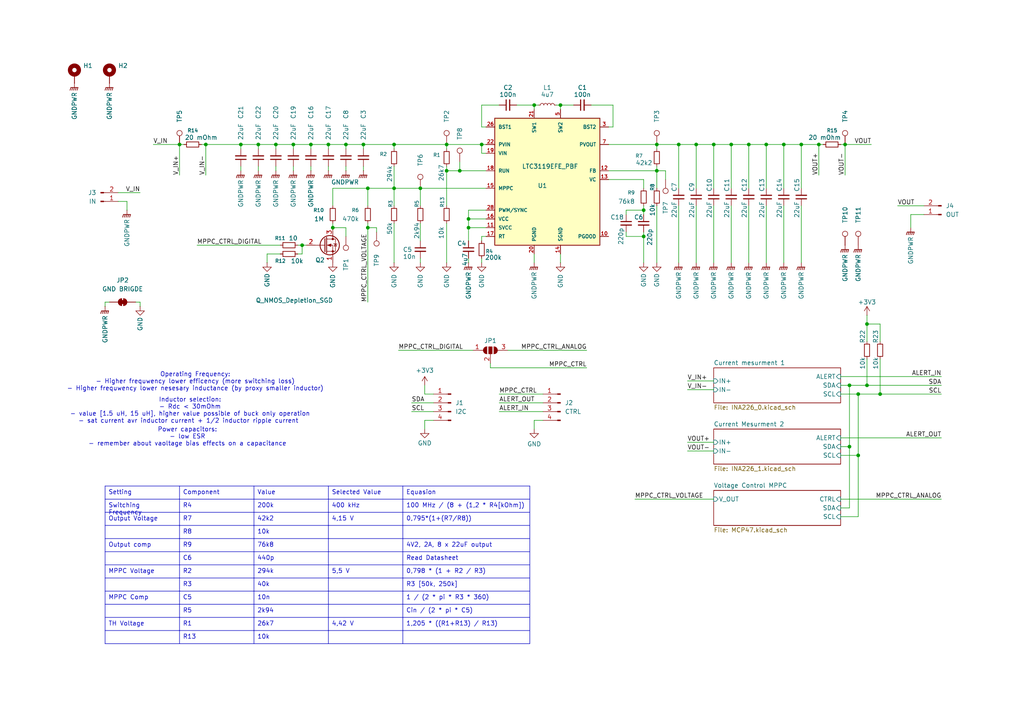
<source format=kicad_sch>
(kicad_sch (version 20250114) (generator "eeschema") (generator_version "9.0")
  (paper "A4")
  (title_block (title "LTC3119 Test Board") (date "2025-05-02") (rev "1.0") (company "Precision Based On Vibes"))
  (text "Power capacitors:\n- low ESR\n- remember about vaoltage bias effects on a capacitance" (at 54.356 126.746 0) (effects (font (size 1.27 1.27))))
  (text "Operating Frequency:\n- Higher frequwency lower efficency (more switching loss)\n- Higher frequwency lower nesesary inductance (by proxy smaller inductor)" (at 56.642 110.744 0) (effects (font (size 1.27 1.27))))
  (text "Inductor selection:\n- Rdc < 30mOhm\n- value [1.5 uH, 15 uH], higher value possible of buck only operation\n- sat current avr inductor current + 1/2 inductor ripple current \n" (at 55.118 119.126 0) (effects (font (size 1.27 1.27))))
  (junction (at 106.68 54.61))
  (junction (at 135.89 63.5))
  (junction (at 212.09 41.91))
  (junction (at 222.25 41.91))
  (junction (at 114.3 54.61))
  (junction (at 100.33 41.91))
  (junction (at 74.93 41.91))
  (junction (at 95.25 41.91))
  (junction (at 246.38 111.76))
  (junction (at 154.94 30.48))
  (junction (at 59.69 41.91))
  (junction (at 87.63 71.12))
  (junction (at 246.38 129.54))
  (junction (at 251.46 111.76))
  (junction (at 255.27 114.3))
  (junction (at 114.3 41.91))
  (junction (at 186.69 60.96))
  (junction (at 106.68 66.04))
  (junction (at 90.17 41.91))
  (junction (at 139.7 41.91))
  (junction (at 190.5 49.53))
  (junction (at 80.01 41.91))
  (junction (at 129.54 41.91))
  (junction (at 85.09 41.91))
  (junction (at 248.92 114.3))
  (junction (at 201.93 41.91))
  (junction (at 129.54 49.53))
  (junction (at 248.92 132.08))
  (junction (at 186.69 68.58))
  (junction (at 217.17 41.91))
  (junction (at 96.52 66.04))
  (junction (at 251.46 93.98))
  (junction (at 190.5 41.91))
  (junction (at 133.35 49.53))
  (junction (at 245.11 41.91))
  (junction (at 69.85 41.91))
  (junction (at 227.33 41.91))
  (junction (at 135.89 66.04))
  (junction (at 237.49 41.91))
  (junction (at 121.92 54.61))
  (junction (at 162.56 30.48))
  (junction (at 232.41 41.91))
  (junction (at 52.07 41.91))
  (junction (at 105.41 41.91))
  (junction (at 207.01 41.91))
  (junction (at 196.85 41.91))
  (wire (pts (xy 251.46 91.44) (xy 251.46 93.98)))
  (wire (pts (xy 119.38 119.38) (xy 125.73 119.38)))
  (wire (pts (xy 251.46 104.14) (xy 251.46 111.76)))
  (wire (pts (xy 105.41 41.91) (xy 114.3 41.91)))
  (wire (pts (xy 186.69 59.69) (xy 186.69 60.96)))
  (wire (pts (xy 154.94 30.48) (xy 154.94 31.75)))
  (wire (pts (xy 227.33 41.91) (xy 232.41 41.91)))
  (wire (pts (xy 90.17 49.53) (xy 90.17 48.26)))
  (wire (pts (xy 181.61 60.96) (xy 186.69 60.96)))
  (wire (pts (xy 181.61 67.31) (xy 181.61 68.58)))
  (wire (pts (xy 81.28 73.66) (xy 77.47 73.66)))
  (wire (pts (xy 129.54 49.53) (xy 133.35 49.53)))
  (wire (pts (xy 222.25 41.91) (xy 227.33 41.91)))
  (wire (pts (xy 193.04 52.07) (xy 193.04 49.53)))
  (wire (pts (xy 176.53 49.53) (xy 190.5 49.53)))
  (wire (pts (xy 162.56 30.48) (xy 161.29 30.48)))
  (wire (pts (xy 232.41 41.91) (xy 237.49 41.91)))
  (wire (pts (xy 227.33 41.91) (xy 227.33 54.61)))
  (wire (pts (xy 114.3 54.61) (xy 114.3 59.69)))
  (wire (pts (xy 232.41 41.91) (xy 232.41 54.61)))
  (wire (pts (xy 40.64 87.63) (xy 40.64 88.9)))
  (wire (pts (xy 186.69 68.58) (xy 186.69 67.31)))
  (wire (pts (xy 222.25 41.91) (xy 222.25 54.61)))
  (wire (pts (xy 207.01 59.69) (xy 207.01 76.2)))
  (wire (pts (xy 74.93 41.91) (xy 74.93 43.18)))
  (wire (pts (xy 57.15 71.12) (xy 81.28 71.12)))
  (wire (pts (xy 232.41 59.69) (xy 232.41 76.2)))
  (wire (pts (xy 135.89 63.5) (xy 140.97 63.5)))
  (wire (pts (xy 96.52 64.77) (xy 96.52 66.04)))
  (wire (pts (xy 190.5 59.69) (xy 190.5 76.2)))
  (wire (pts (xy 90.17 41.91) (xy 95.25 41.91)))
  (wire (pts (xy 114.3 64.77) (xy 114.3 76.2)))
  (wire (pts (xy 186.69 52.07) (xy 176.53 52.07)))
  (wire (pts (xy 36.83 58.42) (xy 34.29 58.42)))
  (wire (pts (xy 196.85 59.69) (xy 196.85 76.2)))
  (wire (pts (xy 135.89 66.04) (xy 135.89 63.5)))
  (wire (pts (xy 186.69 54.61) (xy 186.69 52.07)))
  (wire (pts (xy 121.92 54.61) (xy 140.97 54.61)))
  (wire (pts (xy 222.25 59.69) (xy 222.25 76.2)))
  (wire (pts (xy 157.48 121.92) (xy 154.94 121.92)))
  (wire (pts (xy 139.7 69.85) (xy 139.7 68.58)))
  (wire (pts (xy 121.92 74.93) (xy 121.92 76.2)))
  (wire (pts (xy 181.61 68.58) (xy 186.69 68.58)))
  (wire (pts (xy 243.84 109.22) (xy 273.05 109.22)))
  (wire (pts (xy 139.7 36.83) (xy 140.97 36.83)))
  (wire (pts (xy 85.09 41.91) (xy 85.09 43.18)))
  (wire (pts (xy 123.19 121.92) (xy 123.19 124.46)))
  (wire (pts (xy 52.07 41.91) (xy 53.34 41.91)))
  (wire (pts (xy 100.33 66.04) (xy 96.52 66.04)))
  (wire (pts (xy 135.89 74.93) (xy 135.89 76.2)))
  (wire (pts (xy 176.53 41.91) (xy 190.5 41.91)))
  (wire (pts (xy 77.47 73.66) (xy 77.47 76.2)))
  (wire (pts (xy 217.17 41.91) (xy 217.17 54.61)))
  (wire (pts (xy 74.93 49.53) (xy 74.93 48.26)))
  (wire (pts (xy 140.97 66.04) (xy 135.89 66.04)))
  (wire (pts (xy 201.93 41.91) (xy 201.93 54.61)))
  (wire (pts (xy 106.68 64.77) (xy 106.68 66.04)))
  (wire (pts (xy 171.45 30.48) (xy 177.8 30.48)))
  (wire (pts (xy 106.68 54.61) (xy 114.3 54.61)))
  (wire (pts (xy 106.68 66.04) (xy 106.68 87.63)))
  (wire (pts (xy 267.97 62.23) (xy 264.16 62.23)))
  (wire (pts (xy 74.93 41.91) (xy 80.01 41.91)))
  (wire (pts (xy 255.27 104.14) (xy 255.27 114.3)))
  (wire (pts (xy 133.35 46.99) (xy 133.35 49.53)))
  (wire (pts (xy 139.7 41.91) (xy 140.97 41.91)))
  (wire (pts (xy 170.18 101.6) (xy 147.32 101.6)))
  (wire (pts (xy 207.01 41.91) (xy 212.09 41.91)))
  (wire (pts (xy 80.01 49.53) (xy 80.01 48.26)))
  (wire (pts (xy 100.33 68.58) (xy 100.33 66.04)))
  (wire (pts (xy 255.27 93.98) (xy 255.27 99.06)))
  (wire (pts (xy 34.29 55.88) (xy 40.64 55.88)))
  (wire (pts (xy 133.35 49.53) (xy 140.97 49.53)))
  (wire (pts (xy 39.37 87.63) (xy 40.64 87.63)))
  (wire (pts (xy 59.69 41.91) (xy 69.85 41.91)))
  (wire (pts (xy 248.92 149.86) (xy 243.84 149.86)))
  (wire (pts (xy 190.5 49.53) (xy 190.5 54.61)))
  (wire (pts (xy 201.93 41.91) (xy 207.01 41.91)))
  (wire (pts (xy 121.92 64.77) (xy 121.92 69.85)))
  (wire (pts (xy 199.39 128.27) (xy 207.01 128.27)))
  (wire (pts (xy 30.48 88.9) (xy 30.48 87.63)))
  (wire (pts (xy 58.42 41.91) (xy 59.69 41.91)))
  (wire (pts (xy 245.11 41.91) (xy 252.73 41.91)))
  (wire (pts (xy 115.57 101.6) (xy 137.16 101.6)))
  (wire (pts (xy 114.3 48.26) (xy 114.3 54.61)))
  (wire (pts (xy 140.97 44.45) (xy 139.7 44.45)))
  (wire (pts (xy 212.09 59.69) (xy 212.09 76.2)))
  (wire (pts (xy 95.25 41.91) (xy 100.33 41.91)))
  (wire (pts (xy 246.38 129.54) (xy 246.38 147.32)))
  (wire (pts (xy 144.78 119.38) (xy 157.48 119.38)))
  (wire (pts (xy 264.16 62.23) (xy 264.16 66.04)))
  (wire (pts (xy 119.38 116.84) (xy 125.73 116.84)))
  (wire (pts (xy 186.69 60.96) (xy 186.69 62.23)))
  (wire (pts (xy 246.38 147.32) (xy 243.84 147.32)))
  (wire (pts (xy 162.56 30.48) (xy 166.37 30.48)))
  (wire (pts (xy 123.19 111.76) (xy 123.19 114.3)))
  (wire (pts (xy 162.56 76.2) (xy 162.56 73.66)))
  (wire (pts (xy 217.17 41.91) (xy 222.25 41.91)))
  (wire (pts (xy 69.85 41.91) (xy 69.85 43.18)))
  (wire (pts (xy 100.33 49.53) (xy 100.33 48.26)))
  (wire (pts (xy 246.38 111.76) (xy 251.46 111.76)))
  (wire (pts (xy 105.41 41.91) (xy 105.41 43.18)))
  (wire (pts (xy 251.46 93.98) (xy 251.46 99.06)))
  (wire (pts (xy 100.33 41.91) (xy 105.41 41.91)))
  (wire (pts (xy 125.73 121.92) (xy 123.19 121.92)))
  (wire (pts (xy 251.46 93.98) (xy 255.27 93.98)))
  (wire (pts (xy 129.54 49.53) (xy 129.54 59.69)))
  (wire (pts (xy 100.33 41.91) (xy 100.33 43.18)))
  (wire (pts (xy 85.09 49.53) (xy 85.09 48.26)))
  (wire (pts (xy 154.94 121.92) (xy 154.94 124.46)))
  (wire (pts (xy 86.36 73.66) (xy 87.63 73.66)))
  (wire (pts (xy 186.69 76.2) (xy 186.69 68.58)))
  (wire (pts (xy 184.15 144.78) (xy 207.01 144.78)))
  (wire (pts (xy 248.92 114.3) (xy 248.92 132.08)))
  (wire (pts (xy 246.38 129.54) (xy 243.84 129.54)))
  (wire (pts (xy 109.22 67.31) (xy 109.22 66.04)))
  (wire (pts (xy 114.3 41.91) (xy 129.54 41.91)))
  (wire (pts (xy 248.92 132.08) (xy 243.84 132.08)))
  (wire (pts (xy 80.01 41.91) (xy 80.01 43.18)))
  (wire (pts (xy 87.63 73.66) (xy 87.63 71.12)))
  (wire (pts (xy 129.54 64.77) (xy 129.54 76.2)))
  (wire (pts (xy 144.78 114.3) (xy 157.48 114.3)))
  (wire (pts (xy 243.84 111.76) (xy 246.38 111.76)))
  (wire (pts (xy 52.07 41.91) (xy 52.07 50.8)))
  (wire (pts (xy 106.68 59.69) (xy 106.68 54.61)))
  (wire (pts (xy 248.92 132.08) (xy 248.92 149.86)))
  (wire (pts (xy 245.11 41.91) (xy 245.11 50.8)))
  (wire (pts (xy 243.84 41.91) (xy 245.11 41.91)))
  (wire (pts (xy 154.94 76.2) (xy 154.94 73.66)))
  (wire (pts (xy 85.09 41.91) (xy 90.17 41.91)))
  (wire (pts (xy 121.92 54.61) (xy 121.92 59.69)))
  (wire (pts (xy 227.33 59.69) (xy 227.33 76.2)))
  (wire (pts (xy 190.5 48.26) (xy 190.5 49.53)))
  (wire (pts (xy 105.41 49.53) (xy 105.41 48.26)))
  (wire (pts (xy 95.25 49.53) (xy 95.25 48.26)))
  (wire (pts (xy 125.73 114.3) (xy 123.19 114.3)))
  (wire (pts (xy 30.48 87.63) (xy 31.75 87.63)))
  (wire (pts (xy 243.84 127) (xy 273.05 127)))
  (wire (pts (xy 142.24 106.68) (xy 170.18 106.68)))
  (wire (pts (xy 135.89 60.96) (xy 140.97 60.96)))
  (wire (pts (xy 212.09 41.91) (xy 217.17 41.91)))
  (wire (pts (xy 162.56 31.75) (xy 162.56 30.48)))
  (wire (pts (xy 69.85 49.53) (xy 69.85 48.26)))
  (wire (pts (xy 237.49 41.91) (xy 238.76 41.91)))
  (wire (pts (xy 212.09 41.91) (xy 212.09 54.61)))
  (wire (pts (xy 199.39 113.03) (xy 207.01 113.03)))
  (wire (pts (xy 69.85 41.91) (xy 74.93 41.91)))
  (wire (pts (xy 196.85 41.91) (xy 201.93 41.91)))
  (wire (pts (xy 87.63 71.12) (xy 88.9 71.12)))
  (wire (pts (xy 248.92 114.3) (xy 255.27 114.3)))
  (wire (pts (xy 36.83 60.96) (xy 36.83 58.42)))
  (wire (pts (xy 199.39 110.49) (xy 207.01 110.49)))
  (wire (pts (xy 142.24 105.41) (xy 142.24 106.68)))
  (wire (pts (xy 181.61 62.23) (xy 181.61 60.96)))
  (wire (pts (xy 149.86 30.48) (xy 154.94 30.48)))
  (wire (pts (xy 114.3 54.61) (xy 121.92 54.61)))
  (wire (pts (xy 139.7 44.45) (xy 139.7 41.91)))
  (wire (pts (xy 95.25 41.91) (xy 95.25 43.18)))
  (wire (pts (xy 144.78 30.48) (xy 139.7 30.48)))
  (wire (pts (xy 114.3 41.91) (xy 114.3 43.18)))
  (wire (pts (xy 217.17 59.69) (xy 217.17 76.2)))
  (wire (pts (xy 144.78 116.84) (xy 157.48 116.84)))
  (wire (pts (xy 237.49 41.91) (xy 237.49 50.8)))
  (wire (pts (xy 201.93 59.69) (xy 201.93 76.2)))
  (wire (pts (xy 139.7 74.93) (xy 139.7 76.2)))
  (wire (pts (xy 129.54 41.91) (xy 139.7 41.91)))
  (wire (pts (xy 207.01 41.91) (xy 207.01 54.61)))
  (wire (pts (xy 135.89 66.04) (xy 135.89 69.85)))
  (wire (pts (xy 246.38 111.76) (xy 246.38 129.54)))
  (wire (pts (xy 135.89 63.5) (xy 135.89 60.96)))
  (wire (pts (xy 193.04 49.53) (xy 190.5 49.53)))
  (wire (pts (xy 243.84 144.78) (xy 273.05 144.78)))
  (wire (pts (xy 44.45 41.91) (xy 52.07 41.91)))
  (wire (pts (xy 260.35 59.69) (xy 267.97 59.69)))
  (wire (pts (xy 139.7 30.48) (xy 139.7 36.83)))
  (wire (pts (xy 243.84 114.3) (xy 248.92 114.3)))
  (wire (pts (xy 96.52 54.61) (xy 96.52 59.69)))
  (wire (pts (xy 196.85 41.91) (xy 196.85 54.61)))
  (wire (pts (xy 86.36 71.12) (xy 87.63 71.12)))
  (wire (pts (xy 251.46 111.76) (xy 273.05 111.76)))
  (wire (pts (xy 90.17 41.91) (xy 90.17 43.18)))
  (wire (pts (xy 177.8 36.83) (xy 176.53 36.83)))
  (wire (pts (xy 106.68 66.04) (xy 109.22 66.04)))
  (wire (pts (xy 154.94 30.48) (xy 156.21 30.48)))
  (wire (pts (xy 80.01 41.91) (xy 85.09 41.91)))
  (wire (pts (xy 177.8 30.48) (xy 177.8 36.83)))
  (wire (pts (xy 129.54 41.91) (xy 129.54 43.18)))
  (wire (pts (xy 106.68 54.61) (xy 96.52 54.61)))
  (wire (pts (xy 139.7 68.58) (xy 140.97 68.58)))
  (wire (pts (xy 59.69 41.91) (xy 59.69 50.8)))
  (wire (pts (xy 129.54 48.26) (xy 129.54 49.53)))
  (wire (pts (xy 199.39 130.81) (xy 207.01 130.81)))
  (wire (pts (xy 255.27 114.3) (xy 273.05 114.3)))
  (wire (pts (xy 190.5 41.91) (xy 196.85 41.91)))
  (wire (pts (xy 190.5 41.91) (xy 190.5 43.18)))
  (table (column_count 5) (border (external yes) (header yes)) (separators (rows yes) (cols yes)) (column_widths 21.59 21.59 21.59 21.59 36.83) (row_heights 3.81 3.81 3.81 3.81 3.81 3.81 3.81 3.81 3.81 3.81 3.81 3.81) (cells (table_cell "Setting" (at 30.48 140.97 0) (size 21.59 3.81) (margins 0.9525 0.9525 0.9525 0.9525) (span 1 1)) (table_cell "Component" (at 52.07 140.97 0) (size 21.59 3.81) (margins 0.9525 0.9525 0.9525 0.9525) (span 1 1)) (table_cell "Value" (at 73.66 140.97 0) (size 21.59 3.81) (margins 0.9525 0.9525 0.9525 0.9525) (span 1 1)) (table_cell "Selected Value" (at 95.25 140.97 0) (size 21.59 3.81) (margins 0.9525 0.9525 0.9525 0.9525) (span 1 1)) (table_cell "Equasion" (at 116.84 140.97 0) (size 36.83 3.81) (margins 0.9525 0.9525 0.9525 0.9525) (span 1 1)) (table_cell "Switching Frequency" (at 30.48 144.78 0) (size 21.59 3.81) (margins 0.9525 0.9525 0.9525 0.9525) (span 1 1)) (table_cell "R4" (at 52.07 144.78 0) (size 21.59 3.81) (margins 0.9525 0.9525 0.9525 0.9525) (span 1 1)) (table_cell "200k" (at 73.66 144.78 0) (size 21.59 3.81) (margins 0.9525 0.9525 0.9525 0.9525) (span 1 1)) (table_cell "400 kHz" (at 95.25 144.78 0) (size 21.59 3.81) (margins 0.9525 0.9525 0.9525 0.9525) (span 1 1)) (table_cell "100 MHz / (8 + (1,2 * R4[kOhm])" (at 116.84 144.78 0) (size 36.83 3.81) (margins 0.9525 0.9525 0.9525 0.9525) (span 1 1)) (table_cell "Output Voltage" (at 30.48 148.59 0) (size 21.59 3.81) (margins 0.9525 0.9525 0.9525 0.9525) (span 1 1)) (table_cell "R7" (at 52.07 148.59 0) (size 21.59 3.81) (margins 0.9525 0.9525 0.9525 0.9525) (span 1 1)) (table_cell "42k2" (at 73.66 148.59 0) (size 21.59 3.81) (margins 0.9525 0.9525 0.9525 0.9525) (span 1 1)) (table_cell "4,15 V" (at 95.25 148.59 0) (size 21.59 3.81) (margins 0.9525 0.9525 0.9525 0.9525) (span 1 1)) (table_cell "0,795*(1+(R7/R8))" (at 116.84 148.59 0) (size 36.83 3.81) (margins 0.9525 0.9525 0.9525 0.9525) (span 1 1)) (table_cell "" (at 30.48 152.4 0) (size 21.59 3.81) (margins 0.9525 0.9525 0.9525 0.9525) (span 1 1)) (table_cell "R8" (at 52.07 152.4 0) (size 21.59 3.81) (margins 0.9525 0.9525 0.9525 0.9525) (span 1 1)) (table_cell "10k" (at 73.66 152.4 0) (size 21.59 3.81) (margins 0.9525 0.9525 0.9525 0.9525) (span 1 1)) (table_cell "" (at 95.25 152.4 0) (size 21.59 3.81) (margins 0.9525 0.9525 0.9525 0.9525) (span 1 1)) (table_cell "" (at 116.84 152.4 0) (size 36.83 3.81) (margins 0.9525 0.9525 0.9525 0.9525) (span 1 1)) (table_cell "Output comp" (at 30.48 156.21 0) (size 21.59 3.81) (margins 0.9525 0.9525 0.9525 0.9525) (span 1 1)) (table_cell "R9" (at 52.07 156.21 0) (size 21.59 3.81) (margins 0.9525 0.9525 0.9525 0.9525) (span 1 1)) (table_cell "76k8" (at 73.66 156.21 0) (size 21.59 3.81) (margins 0.9525 0.9525 0.9525 0.9525) (span 1 1)) (table_cell "" (at 95.25 156.21 0) (size 21.59 3.81) (margins 0.9525 0.9525 0.9525 0.9525) (span 1 1)) (table_cell "4V2, 2A, 8 x 22uF output" (at 116.84 156.21 0) (size 36.83 3.81) (margins 0.9525 0.9525 0.9525 0.9525) (span 1 1)) (table_cell "" (at 30.48 160.02 0) (size 21.59 3.81) (margins 0.9525 0.9525 0.9525 0.9525) (span 1 1)) (table_cell "C6" (at 52.07 160.02 0) (size 21.59 3.81) (margins 0.9525 0.9525 0.9525 0.9525) (span 1 1)) (table_cell "440p" (at 73.66 160.02 0) (size 21.59 3.81) (margins 0.9525 0.9525 0.9525 0.9525) (span 1 1)) (table_cell "" (at 95.25 160.02 0) (size 21.59 3.81) (margins 0.9525 0.9525 0.9525 0.9525) (span 1 1)) (table_cell "Read Datasheet" (at 116.84 160.02 0) (size 36.83 3.81) (margins 0.9525 0.9525 0.9525 0.9525) (span 1 1)) (table_cell "MPPC Voltage" (at 30.48 163.83 0) (size 21.59 3.81) (margins 0.9525 0.9525 0.9525 0.9525) (span 1 1)) (table_cell "R2" (at 52.07 163.83 0) (size 21.59 3.81) (margins 0.9525 0.9525 0.9525 0.9525) (span 1 1)) (table_cell "294k" (at 73.66 163.83 0) (size 21.59 3.81) (margins 0.9525 0.9525 0.9525 0.9525) (span 1 1)) (table_cell "5,5 V" (at 95.25 163.83 0) (size 21.59 3.81) (margins 0.9525 0.9525 0.9525 0.9525) (span 1 1)) (table_cell "0,798 * (1 + R2 / R3)" (at 116.84 163.83 0) (size 36.83 3.81) (margins 0.9525 0.9525 0.9525 0.9525) (span 1 1)) (table_cell "" (at 30.48 167.64 0) (size 21.59 3.81) (margins 0.9525 0.9525 0.9525 0.9525) (span 1 1)) (table_cell "R3" (at 52.07 167.64 0) (size 21.59 3.81) (margins 0.9525 0.9525 0.9525 0.9525) (span 1 1)) (table_cell "40k" (at 73.66 167.64 0) (size 21.59 3.81) (margins 0.9525 0.9525 0.9525 0.9525) (span 1 1)) (table_cell "" (at 95.25 167.64 0) (size 21.59 3.81) (margins 0.9525 0.9525 0.9525 0.9525) (span 1 1)) (table_cell "R3 [50k, 250k]" (at 116.84 167.64 0) (size 36.83 3.81) (margins 0.9525 0.9525 0.9525 0.9525) (span 1 1)) (table_cell "MPPC Comp" (at 30.48 171.45 0) (size 21.59 3.81) (margins 0.9525 0.9525 0.9525 0.9525) (span 1 1)) (table_cell "C5" (at 52.07 171.45 0) (size 21.59 3.81) (margins 0.9525 0.9525 0.9525 0.9525) (span 1 1)) (table_cell "10n" (at 73.66 171.45 0) (size 21.59 3.81) (margins 0.9525 0.9525 0.9525 0.9525) (span 1 1)) (table_cell "" (at 95.25 171.45 0) (size 21.59 3.81) (margins 0.9525 0.9525 0.9525 0.9525) (span 1 1)) (table_cell "1 / (2 * pi * R3 * 360)" (at 116.84 171.45 0) (size 36.83 3.81) (margins 0.9525 0.9525 0.9525 0.9525) (span 1 1)) (table_cell "" (at 30.48 175.26 0) (size 21.59 3.81) (margins 0.9525 0.9525 0.9525 0.9525) (span 1 1)) (table_cell "R5" (at 52.07 175.26 0) (size 21.59 3.81) (margins 0.9525 0.9525 0.9525 0.9525) (span 1 1)) (table_cell "2k94" (at 73.66 175.26 0) (size 21.59 3.81) (margins 0.9525 0.9525 0.9525 0.9525) (span 1 1)) (table_cell "" (at 95.25 175.26 0) (size 21.59 3.81) (margins 0.9525 0.9525 0.9525 0.9525) (span 1 1)) (table_cell "Cin / (2 * pi * C5)" (at 116.84 175.26 0) (size 36.83 3.81) (margins 0.9525 0.9525 0.9525 0.9525) (span 1 1)) (table_cell "TH Voltage" (at 30.48 179.07 0) (size 21.59 3.81) (margins 0.9525 0.9525 0.9525 0.9525) (span 1 1)) (table_cell "R1" (at 52.07 179.07 0) (size 21.59 3.81) (margins 0.9525 0.9525 0.9525 0.9525) (span 1 1)) (table_cell "26k7" (at 73.66 179.07 0) (size 21.59 3.81) (margins 0.9525 0.9525 0.9525 0.9525) (span 1 1)) (table_cell "4,42 V" (at 95.25 179.07 0) (size 21.59 3.81) (margins 0.9525 0.9525 0.9525 0.9525) (span 1 1)) (table_cell "1,205 * ((R1+R13) / R13)" (at 116.84 179.07 0) (size 36.83 3.81) (margins 0.9525 0.9525 0.9525 0.9525) (span 1 1)) (table_cell "" (at 30.48 182.88 0) (size 21.59 3.81) (margins 0.9525 0.9525 0.9525 0.9525) (span 1 1)) (table_cell "R13" (at 52.07 182.88 0) (size 21.59 3.81) (margins 0.9525 0.9525 0.9525 0.9525) (span 1 1)) (table_cell "10k" (at 73.66 182.88 0) (size 21.59 3.81) (margins 0.9525 0.9525 0.9525 0.9525) (span 1 1)) (table_cell "" (at 95.25 182.88 0) (size 21.59 3.81) (margins 0.9525 0.9525 0.9525 0.9525) (span 1 1)) (table_cell "" (at 116.84 182.88 0) (size 36.83 3.81) (margins 0.9525 0.9525 0.9525 0.9525) (span 1 1))))
  (label "MPPC_CTRL_VOLTAGE" (at 184.15 144.78 0))
  (label "VOUT+" (at 237.49 50.8 90))
  (label "SDA" (at 119.38 116.84 0))
  (label "SCL" (at 119.38 119.38 0))
  (label "V_IN" (at 40.64 55.88 180))
  (label "V_IN+" (at 52.07 50.8 90))
  (label "VOUT" (at 260.35 59.69 0))
  (label "V_IN-" (at 59.69 50.8 90))
  (label "V_IN" (at 44.45 41.91 0))
  (label "ALERT_IN" (at 144.78 119.38 0))
  (label "SCL" (at 273.05 114.3 180))
  (label "MPPC_CTRL_DIGITAL" (at 115.57 101.6 0))
  (label "V_IN+" (at 199.39 110.49 0))
  (label "MPPC_CTRL_ANALOG" (at 170.18 101.6 180))
  (label "MPPC_CTRL_ANALOG" (at 273.05 144.78 180))
  (label "MPPC_CTRL" (at 144.78 114.3 0))
  (label "VOUT-" (at 199.39 130.81 0))
  (label "VOUT-" (at 245.11 50.8 90))
  (label "VOUT+" (at 199.39 128.27 0))
  (label "SDA" (at 273.05 111.76 180))
  (label "ALERT_IN" (at 273.05 109.22 180))
  (label "MPPC_CTRL_DIGITAL" (at 57.15 71.12 0))
  (label "MPPC_CTRL_VOLTAGE" (at 106.68 87.63 90))
  (label "MPPC_CTRL" (at 170.18 106.68 180))
  (label "V_IN-" (at 199.39 113.03 0))
  (label "ALERT_OUT" (at 273.05 127 180))
  (label "ALERT_OUT" (at 144.78 116.84 0))
  (label "VOUT" (at 252.73 41.91 180))
  (symbol (lib_id "Device:C_Small") (at 222.25 57.15 0) (mirror x) (unit 1)
    (property "Reference" "C13" (at 220.98 55.626 90) (effects (justify right)))
    (property "Value" "22uF" (at 220.98 63.246 90) (effects (justify right)))
    (property "Footprint" "Capacitor_SMD:C_1210_3225Metric_Pad1.33x2.70mm_HandSolder" (effects (hide yes)))
    (property "Description" "Unpolarized capacitor, small symbol" (effects (hide yes)))
  )
  (symbol (lib_id "Device:R_Small") (at 83.82 73.66 270) (mirror x) (unit 1)
    (property "Reference" "R12" (at 79.756 75.692 90) (effects (font (size 1.016 1.016)) (justify left)))
    (property "Value" "10k" (at 84.328 75.692 90) (effects (justify left)))
    (property "Footprint" "Resistor_SMD:R_0805_2012Metric_Pad1.20x1.40mm_HandSolder" (effects (hide yes)))
    (property "Description" "Resistor, small symbol" (effects (hide yes)))
  )
  (symbol (lib_id "Device:R_Small") (at 251.46 101.6 0) (mirror y) (unit 1)
    (property "Reference" "R22" (at 250.19 99.568 90) (effects (justify left)))
    (property "Value" "10k" (at 250.19 107.188 90) (effects (justify left)))
    (property "Footprint" "Resistor_SMD:R_0805_2012Metric_Pad1.20x1.40mm_HandSolder" (effects (hide yes)))
    (property "Description" "Resistor, small symbol" (effects (hide yes)))
  )
  (symbol (lib_id "power:GNDPWR") (at 85.09 49.53 0) (unit 1)
    (property "Reference" "#PWR011" (effects (hide yes)))
    (property "Value" "GNDPWR" (at 85.09 56.134 90))
    (property "Description" "Power symbol creates a global label with name \"GNDPWR\" , global ground" (effects (hide yes)))
  )
  (symbol (lib_id "Device:C_Small") (at 69.85 45.72 0) (mirror x) (unit 1)
    (property "Reference" "C21" (at 69.85 34.544 90) (effects (justify right)))
    (property "Value" "22uF" (at 69.85 40.64 90) (effects (justify right)))
    (property "Footprint" "Capacitor_SMD:C_1210_3225Metric_Pad1.33x2.70mm_HandSolder" (effects (hide yes)))
    (property "Description" "Unpolarized capacitor, small symbol" (effects (hide yes)))
  )
  (symbol (lib_id "Device:C_Small") (at 196.85 57.15 0) (mirror x) (unit 1)
    (property "Reference" "C7" (at 195.58 55.626 90) (effects (justify right)))
    (property "Value" "22uF" (at 195.58 63.246 90) (effects (justify right)))
    (property "Footprint" "Capacitor_SMD:C_1210_3225Metric_Pad1.33x2.70mm_HandSolder" (effects (hide yes)))
    (property "Description" "Unpolarized capacitor, small symbol" (effects (hide yes)))
  )
  (symbol (lib_id "Connector:TestPoint") (at 193.04 52.07 180) (unit 1)
    (property "Reference" "TP7" (at 193.04 58.42 90) (effects (justify left)))
    (property "Value" "TestPoint" (effects (hide yes)))
    (property "Footprint" "TestPoint:TestPoint_Pad_D1.0mm" (effects (hide yes)))
    (property "Description" "test point" (effects (hide yes)))
  )
  (symbol (lib_id "power:GND") (at 154.94 124.46 0) (unit 1)
    (property "Reference" "#PWR047" (effects (hide yes)))
    (property "Value" "GND" (at 154.94 128.778 0))
    (property "Description" "Power symbol creates a global label with name \"GND\" , ground" (effects (hide yes)))
  )
  (symbol (lib_id "Device:C_Small") (at 105.41 45.72 0) (mirror x) (unit 1)
    (property "Reference" "C3" (at 105.41 34.544 90) (effects (justify right)))
    (property "Value" "22uF" (at 105.41 40.64 90) (effects (justify right)))
    (property "Footprint" "Capacitor_SMD:C_1210_3225Metric_Pad1.33x2.70mm_HandSolder" (effects (hide yes)))
    (property "Description" "Unpolarized capacitor, small symbol" (effects (hide yes)))
  )
  (symbol (lib_id "Connector:Conn_01x04_Pin") (at 130.81 116.84 0) (mirror y) (unit 1)
    (property "Reference" "J1" (at 132.08 116.8399 0) (effects (justify right)))
    (property "Value" "I2C" (at 132.08 119.3799 0) (effects (justify right)))
    (property "Footprint" "Connector_PinHeader_2.54mm:PinHeader_1x04_P2.54mm_Vertical" (effects (hide yes)))
    (property "Description" "Generic connector, single row, 01x04, script generated" (effects (hide yes)))
  )
  (symbol (lib_id "Connector:Conn_01x02_Pin") (at 29.21 58.42 0) (mirror x) (unit 1)
    (property "Reference" "J3" (at 27.94 55.8799 0) (effects (justify right)))
    (property "Value" "IN" (at 27.94 58.4199 0) (effects (justify right)))
    (property "Footprint" "Connector_Molex:Molex_Pico-Lock_205338-0002_1x02-1MP_P2.00mm_Horizontal" (effects (hide yes)))
    (property "Description" "Generic connector, single row, 01x02, script generated" (effects (hide yes)))
  )
  (symbol (lib_id "Connector:TestPoint") (at 245.11 71.12 0) (unit 1)
    (property "Reference" "TP10" (at 245.11 64.77 90) (effects (justify left)))
    (property "Value" "TestPoint" (effects (hide yes)))
    (property "Footprint" "TestPoint:TestPoint_Pad_D1.0mm" (effects (hide yes)))
    (property "Description" "test point" (effects (hide yes)))
  )
  (symbol (lib_id "power:GND") (at 129.54 76.2 0) (unit 1)
    (property "Reference" "#PWR027" (effects (hide yes)))
    (property "Value" "GND" (at 129.54 81.534 90))
    (property "Description" "Power symbol creates a global label with name \"GND\" , ground" (effects (hide yes)))
  )
  (symbol (lib_id "Device:C_Small") (at 90.17 45.72 0) (mirror x) (unit 1)
    (property "Reference" "C16" (at 90.17 34.544 90) (effects (justify right)))
    (property "Value" "22uF" (at 90.17 40.64 90) (effects (justify right)))
    (property "Footprint" "Capacitor_SMD:C_1210_3225Metric_Pad1.33x2.70mm_HandSolder" (effects (hide yes)))
    (property "Description" "Unpolarized capacitor, small symbol" (effects (hide yes)))
  )
  (symbol (lib_id "power:GNDPWR") (at 135.89 76.2 0) (unit 1)
    (property "Reference" "#PWR056" (effects (hide yes)))
    (property "Value" "GNDPWR" (at 135.89 82.804 90))
    (property "Description" "Power symbol creates a global label with name \"GNDPWR\" , global ground" (effects (hide yes)))
  )
  (symbol (lib_id "Device:C_Small") (at 181.61 64.77 0) (mirror y) (unit 1)
    (property "Reference" "C18" (at 177.038 62.992 0) (effects (justify right)))
    (property "Value" "220p" (at 180.086 66.04 90) (effects (justify right)))
    (property "Footprint" "Capacitor_SMD:C_0805_2012Metric_Pad1.18x1.45mm_HandSolder" (effects (hide yes)))
    (property "Description" "Unpolarized capacitor, small symbol" (effects (hide yes)))
  )
  (symbol (lib_id "Device:R_Small") (at 55.88 41.91 270) (mirror x) (unit 1)
    (property "Reference" "R14" (at 54.356 37.846 90) (effects (font (size 1.016 1.016)) (justify left)))
    (property "Value" "20 mOhm" (at 53.594 39.878 90) (effects (justify left)))
    (property "Footprint" "Resistor_SMD:R_0805_2012Metric_Pad1.20x1.40mm_HandSolder" (effects (hide yes)))
    (property "Description" "Resistor, small symbol" (effects (hide yes)))
  )
  (symbol (lib_id "Device:C_Small") (at 80.01 45.72 0) (mirror x) (unit 1)
    (property "Reference" "C20" (at 80.01 34.544 90) (effects (justify right)))
    (property "Value" "22uF" (at 80.01 40.64 90) (effects (justify right)))
    (property "Footprint" "Capacitor_SMD:C_1210_3225Metric_Pad1.33x2.70mm_HandSolder" (effects (hide yes)))
    (property "Description" "Unpolarized capacitor, small symbol" (effects (hide yes)))
  )
  (symbol (lib_id "power:GND") (at 96.52 76.2 0) (unit 1)
    (property "Reference" "#PWR021" (effects (hide yes)))
    (property "Value" "GND" (at 96.52 81.534 90))
    (property "Description" "Power symbol creates a global label with name \"GND\" , ground" (effects (hide yes)))
  )
  (symbol (lib_id "power:GNDPWR") (at 21.59 24.13 0) (unit 1)
    (property "Reference" "#PWR057" (effects (hide yes)))
    (property "Value" "GNDPWR" (at 21.59 30.734 90))
    (property "Description" "Power symbol creates a global label with name \"GNDPWR\" , global ground" (effects (hide yes)))
  )
  (symbol (lib_id "Device:R_Small") (at 96.52 62.23 0) (mirror y) (unit 1)
    (property "Reference" "R10" (at 93.98 60.9599 0) (effects (font (size 1.016 1.016)) (justify left)))
    (property "Value" "1M" (at 93.98 63.4999 0) (effects (justify left)))
    (property "Footprint" "Resistor_SMD:R_0805_2012Metric_Pad1.20x1.40mm_HandSolder" (effects (hide yes)))
    (property "Description" "Resistor, small symbol" (effects (hide yes)))
  )
  (symbol (lib_id "Device:C_Small") (at 186.69 64.77 0) (mirror y) (unit 1)
    (property "Reference" "C6" (at 183.896 62.992 0) (effects (justify right)))
    (property "Value" "220p" (at 188.468 66.294 90) (effects (justify right)))
    (property "Footprint" "Capacitor_SMD:C_0805_2012Metric_Pad1.18x1.45mm_HandSolder" (effects (hide yes)))
    (property "Description" "Unpolarized capacitor, small symbol" (effects (hide yes)))
  )
  (symbol (lib_id "Device:R_Small") (at 190.5 57.15 0) (mirror y) (unit 1)
    (property "Reference" "R8" (at 189.23 55.372 90) (effects (font (size 1.016 1.016)) (justify left)))
    (property "Value" "10k" (at 189.23 62.738 90) (effects (justify left)))
    (property "Footprint" "Resistor_SMD:R_0805_2012Metric_Pad1.20x1.40mm_HandSolder" (effects (hide yes)))
    (property "Description" "Resistor, small symbol" (effects (hide yes)))
  )
  (symbol (lib_id "Device:C_Small") (at 217.17 57.15 0) (mirror x) (unit 1)
    (property "Reference" "C12" (at 215.9 55.626 90) (effects (justify right)))
    (property "Value" "22uF" (at 215.9 63.246 90) (effects (justify right)))
    (property "Footprint" "Capacitor_SMD:C_1210_3225Metric_Pad1.33x2.70mm_HandSolder" (effects (hide yes)))
    (property "Description" "Unpolarized capacitor, small symbol" (effects (hide yes)))
  )
  (symbol (lib_id "Device:C_Small") (at 168.91 30.48 90) (unit 1)
    (property "Reference" "C1" (at 168.91 25.4 90))
    (property "Value" "100n" (at 168.91 27.432 90))
    (property "Footprint" "Capacitor_SMD:C_0805_2012Metric_Pad1.18x1.45mm_HandSolder" (effects (hide yes)))
    (property "Description" "Unpolarized capacitor, small symbol" (effects (hide yes)))
  )
  (symbol (lib_id "Mechanical:MountingHole_Pad") (at 21.59 21.59 0) (unit 1) (in_bom no)
    (property "Reference" "H1" (at 24.13 19.0499 0) (effects (justify left)))
    (property "Value" "MountingHole_Pad" (effects (hide yes)))
    (property "Footprint" "MountingHole:MountingHole_3.2mm_M3_DIN965_Pad" (effects (hide yes)))
    (property "Description" "Mounting Hole with connection" (effects (hide yes)))
  )
  (symbol (lib_id "Connector:Conn_01x02_Pin") (at 273.05 62.23 180) (unit 1)
    (property "Reference" "J4" (at 274.32 59.6899 0) (effects (justify right)))
    (property "Value" "OUT" (at 274.32 62.2299 0) (effects (justify right)))
    (property "Footprint" "Connector_Molex:Molex_Pico-Lock_205338-0002_1x02-1MP_P2.00mm_Horizontal" (effects (hide yes)))
    (property "Description" "Generic connector, single row, 01x02, script generated" (effects (hide yes)))
  )
  (symbol (lib_id "Connector:TestPoint") (at 248.92 71.12 0) (unit 1)
    (property "Reference" "TP11" (at 248.92 64.77 90) (effects (justify left)))
    (property "Value" "TestPoint" (effects (hide yes)))
    (property "Footprint" "TestPoint:TestPoint_Pad_D1.0mm" (effects (hide yes)))
    (property "Description" "test point" (effects (hide yes)))
  )
  (symbol (lib_id "power:GNDPWR") (at 264.16 66.04 0) (unit 1)
    (property "Reference" "#PWR050" (effects (hide yes)))
    (property "Value" "GNDPWR" (at 264.16 72.644 90))
    (property "Description" "Power symbol creates a global label with name \"GNDPWR\" , global ground" (effects (hide yes)))
  )
  (symbol (lib_id "power:GNDPWR") (at 212.09 76.2 0) (unit 1)
    (property "Reference" "#PWR020" (effects (hide yes)))
    (property "Value" "GNDPWR" (at 212.09 82.804 90))
    (property "Description" "Power symbol creates a global label with name \"GNDPWR\" , global ground" (effects (hide yes)))
  )
  (symbol (lib_id "power:GND") (at 114.3 76.2 0) (unit 1)
    (property "Reference" "#PWR05" (effects (hide yes)))
    (property "Value" "GND" (at 114.3 81.534 90))
    (property "Description" "Power symbol creates a global label with name \"GND\" , ground" (effects (hide yes)))
  )
  (symbol (lib_id "Device:R_Small") (at 139.7 72.39 0) (mirror y) (unit 1)
    (property "Reference" "R4" (at 143.002 72.898 0) (effects (font (size 1.016 1.016)) (justify left)))
    (property "Value" "200k" (at 145.542 74.676 0) (effects (justify left)))
    (property "Footprint" "Resistor_SMD:R_0805_2012Metric_Pad1.20x1.40mm_HandSolder" (effects (hide yes)))
    (property "Description" "Resistor, small symbol" (effects (hide yes)))
  )
  (symbol (lib_id "power:GND") (at 121.92 76.2 0) (unit 1)
    (property "Reference" "#PWR04" (effects (hide yes)))
    (property "Value" "GND" (at 121.92 81.534 90))
    (property "Description" "Power symbol creates a global label with name \"GND\" , ground" (effects (hide yes)))
  )
  (symbol (lib_id "power:GNDPWR") (at 100.33 49.53 0) (unit 1)
    (property "Reference" "#PWR014" (effects (hide yes)))
    (property "Value" "GNDPWR" (effects (hide yes)))
    (property "Description" "Power symbol creates a global label with name \"GNDPWR\" , global ground" (effects (hide yes)))
  )
  (symbol (lib_id "Device:R_Small") (at 186.69 57.15 0) (mirror y) (unit 1)
    (property "Reference" "R9" (at 184.15 55.8799 0) (effects (font (size 1.016 1.016)) (justify left)))
    (property "Value" "76k8" (at 184.15 58.4199 0) (effects (justify left)))
    (property "Footprint" "Resistor_SMD:R_0805_2012Metric_Pad1.20x1.40mm_HandSolder" (effects (hide yes)))
    (property "Description" "Resistor, small symbol" (effects (hide yes)))
  )
  (symbol (lib_id "Connector:TestPoint") (at 100.33 68.58 180) (unit 1)
    (property "Reference" "TP1" (at 100.33 74.93 90) (effects (justify left)))
    (property "Value" "TestPoint" (effects (hide yes)))
    (property "Footprint" "TestPoint:TestPoint_Pad_D1.0mm" (effects (hide yes)))
    (property "Description" "test point" (effects (hide yes)))
  )
  (symbol (lib_id "power:GNDPWR") (at 222.25 76.2 0) (unit 1)
    (property "Reference" "#PWR024" (effects (hide yes)))
    (property "Value" "GNDPWR" (at 222.25 82.804 90))
    (property "Description" "Power symbol creates a global label with name \"GNDPWR\" , global ground" (effects (hide yes)))
  )
  (symbol (lib_id "power:+3V3") (at 251.46 91.44 0) (unit 1)
    (property "Reference" "#PWR038" (effects (hide yes)))
    (property "Value" "+3V3" (at 251.46 87.63 0))
    (property "Description" "Power symbol creates a global label with name \"+3V3\"" (effects (hide yes)))
  )
  (symbol (lib_id "Device:C_Small") (at 85.09 45.72 0) (mirror x) (unit 1)
    (property "Reference" "C19" (at 85.09 34.544 90) (effects (justify right)))
    (property "Value" "22uF" (at 85.09 40.64 90) (effects (justify right)))
    (property "Footprint" "Capacitor_SMD:C_1210_3225Metric_Pad1.33x2.70mm_HandSolder" (effects (hide yes)))
    (property "Description" "Unpolarized capacitor, small symbol" (effects (hide yes)))
  )
  (symbol (lib_id "Device:R_Small") (at 114.3 45.72 0) (mirror y) (unit 1)
    (property "Reference" "R2" (at 112.268 44.704 0) (effects (font (size 1.016 1.016)) (justify left)))
    (property "Value" "294k" (at 113.03 52.832 90) (effects (justify left)))
    (property "Footprint" "Resistor_SMD:R_0805_2012Metric_Pad1.20x1.40mm_HandSolder" (effects (hide yes)))
    (property "Description" "Resistor, small symbol" (effects (hide yes)))
  )
  (symbol (lib_id "Device:R_Small") (at 106.68 62.23 0) (mirror y) (unit 1)
    (property "Reference" "R6" (at 104.14 60.9599 0) (effects (font (size 1.016 1.016)) (justify left)))
    (property "Value" "470k" (at 104.14 63.4999 0) (effects (justify left)))
    (property "Footprint" "Resistor_SMD:R_0805_2012Metric_Pad1.20x1.40mm_HandSolder" (effects (hide yes)))
    (property "Description" "Resistor, small symbol" (effects (hide yes)))
  )
  (symbol (lib_id "Device:R_Small") (at 190.5 45.72 0) (mirror y) (unit 1)
    (property "Reference" "R7" (at 186.436 45.212 0) (effects (font (size 1.016 1.016)) (justify left)))
    (property "Value" "42k2" (at 189.23 47.244 0) (effects (justify left)))
    (property "Footprint" "Resistor_SMD:R_0805_2012Metric_Pad1.20x1.40mm_HandSolder" (effects (hide yes)))
    (property "Description" "Resistor, small symbol" (effects (hide yes)))
  )
  (symbol (lib_id "Device:L_Small") (at 158.75 30.48 90) (unit 1)
    (property "Reference" "L1" (at 158.75 25.4 90))
    (property "Value" "4u7" (at 158.75 27.432 90))
    (property "Footprint" "footprints:SRR1280A101M" (effects (hide yes)))
    (property "Description" "Inductor, small symbol" (effects (hide yes)))
  )
  (symbol (lib_id "Connector:Conn_01x04_Pin") (at 162.56 116.84 0) (mirror y) (unit 1)
    (property "Reference" "J2" (at 163.83 116.8399 0) (effects (justify right)))
    (property "Value" "CTRL" (at 163.83 119.3799 0) (effects (justify right)))
    (property "Footprint" "Connector_PinHeader_2.54mm:PinHeader_1x04_P2.54mm_Vertical" (effects (hide yes)))
    (property "Description" "Generic connector, single row, 01x04, script generated" (effects (hide yes)))
  )
  (symbol (lib_id "power:GNDPWR") (at 248.92 71.12 0) (unit 1)
    (property "Reference" "#PWR060" (effects (hide yes)))
    (property "Value" "GNDPWR" (at 248.92 77.724 90))
    (property "Description" "Power symbol creates a global label with name \"GNDPWR\" , global ground" (effects (hide yes)))
  )
  (symbol (lib_id "Device:C_Small") (at 135.89 72.39 0) (mirror y) (unit 1)
    (property "Reference" "C4" (at 132.588 70.612 0) (effects (justify right)))
    (property "Value" "4u7" (at 134.874 73.406 90) (effects (justify right)))
    (property "Footprint" "Capacitor_SMD:C_0805_2012Metric_Pad1.18x1.45mm_HandSolder" (effects (hide yes)))
    (property "Description" "Unpolarized capacitor, small symbol" (effects (hide yes)))
  )
  (symbol (lib_id "Connector:TestPoint") (at 133.35 46.99 0) (unit 1)
    (property "Reference" "TP8" (at 133.35 40.64 90) (effects (justify left)))
    (property "Value" "TestPoint" (effects (hide yes)))
    (property "Footprint" "TestPoint:TestPoint_Pad_D1.0mm" (effects (hide yes)))
    (property "Description" "test point" (effects (hide yes)))
  )
  (symbol (lib_id "power:GNDPWR") (at 36.83 60.96 0) (unit 1)
    (property "Reference" "#PWR051" (effects (hide yes)))
    (property "Value" "GNDPWR" (at 36.83 67.564 90))
    (property "Description" "Power symbol creates a global label with name \"GNDPWR\" , global ground" (effects (hide yes)))
  )
  (symbol (lib_id "power:GNDPWR") (at 232.41 76.2 0) (unit 1)
    (property "Reference" "#PWR026" (effects (hide yes)))
    (property "Value" "GNDPWR" (at 232.41 82.804 90))
    (property "Description" "Power symbol creates a global label with name \"GNDPWR\" , global ground" (effects (hide yes)))
  )
  (symbol (lib_id "Device:C_Small") (at 95.25 45.72 0) (mirror x) (unit 1)
    (property "Reference" "C17" (at 95.25 34.544 90) (effects (justify right)))
    (property "Value" "22uF" (at 95.25 40.64 90) (effects (justify right)))
    (property "Footprint" "Capacitor_SMD:C_1210_3225Metric_Pad1.33x2.70mm_HandSolder" (effects (hide yes)))
    (property "Description" "Unpolarized capacitor, small symbol" (effects (hide yes)))
  )
  (symbol (lib_id "power:GND") (at 139.7 76.2 0) (unit 1)
    (property "Reference" "#PWR03" (effects (hide yes)))
    (property "Value" "GND" (at 139.7 81.534 90))
    (property "Description" "Power symbol creates a global label with name \"GND\" , ground" (effects (hide yes)))
  )
  (symbol (lib_id "power:GNDPWR") (at 201.93 76.2 0) (unit 1)
    (property "Reference" "#PWR018" (effects (hide yes)))
    (property "Value" "GNDPWR" (at 201.93 82.804 90))
    (property "Description" "Power symbol creates a global label with name \"GNDPWR\" , global ground" (effects (hide yes)))
  )
  (symbol (lib_id "Transistor_FET_Other:Q_NMOS_Depletion_SGD") (at 93.98 71.12 0) (unit 1)
    (property "Reference" "Q2" (at 91.44 75.438 0) (effects (justify left)))
    (property "Value" "Q_NMOS_Depletion_SGD" (at 74.168 87.122 0) (effects (justify left)))
    (property "Footprint" "Package_TO_SOT_SMD:SOT-23_Handsoldering" (effects (hide yes)))
    (property "Description" "Depletion-mode N-channel MOSFET source/gate/drain" (effects (hide yes)))
  )
  (symbol (lib_id "Device:R_Small") (at 129.54 45.72 0) (mirror y) (unit 1)
    (property "Reference" "R1" (at 127.762 44.958 0) (effects (font (size 1.016 1.016)) (justify left)))
    (property "Value" "26k7" (at 128.016 52.578 90) (effects (justify left)))
    (property "Footprint" "Resistor_SMD:R_0805_2012Metric_Pad1.20x1.40mm_HandSolder" (effects (hide yes)))
    (property "Description" "Resistor, small symbol" (effects (hide yes)))
  )
  (symbol (lib_id "Jumper:SolderJumper_2_Bridged") (at 35.56 87.63 0) (unit 1) (in_bom no)
    (property "Reference" "JP2" (at 35.56 81.28 0))
    (property "Value" "GND BRIGDE" (at 35.56 83.82 0))
    (property "Footprint" "Jumper:SolderJumper-2_P1.3mm_Bridged_Pad1.0x1.5mm" (effects (hide yes)))
    (property "Description" "Solder Jumper, 2-pole, closed/bridged" (effects (hide yes)))
  )
  (symbol (lib_id "Device:R_Small") (at 255.27 101.6 0) (mirror y) (unit 1)
    (property "Reference" "R23" (at 254 99.568 90) (effects (justify left)))
    (property "Value" "10k" (at 254 107.188 90) (effects (justify left)))
    (property "Footprint" "Resistor_SMD:R_0805_2012Metric_Pad1.20x1.40mm_HandSolder" (effects (hide yes)))
    (property "Description" "Resistor, small symbol" (effects (hide yes)))
  )
  (symbol (lib_id "Device:C_Small") (at 100.33 45.72 0) (mirror x) (unit 1)
    (property "Reference" "C8" (at 100.33 34.544 90) (effects (justify right)))
    (property "Value" "22uF" (at 100.33 40.64 90) (effects (justify right)))
    (property "Footprint" "Capacitor_SMD:C_1210_3225Metric_Pad1.33x2.70mm_HandSolder" (effects (hide yes)))
    (property "Description" "Unpolarized capacitor, small symbol" (effects (hide yes)))
  )
  (symbol (lib_id "Connector:TestPoint") (at 109.22 67.31 180) (unit 1)
    (property "Reference" "TP9" (at 109.22 73.66 90) (effects (justify left)))
    (property "Value" "TestPoint" (effects (hide yes)))
    (property "Footprint" "TestPoint:TestPoint_Pad_D1.0mm" (effects (hide yes)))
    (property "Description" "test point" (effects (hide yes)))
  )
  (symbol (lib_id "power:GND") (at 186.69 76.2 0) (unit 1)
    (property "Reference" "#PWR06" (effects (hide yes)))
    (property "Value" "GND" (at 186.69 81.28 90))
    (property "Description" "Power symbol creates a global label with name \"GND\" , ground" (effects (hide yes)))
  )
  (symbol (lib_id "power:GNDPWR") (at 154.94 76.2 0) (unit 1)
    (property "Reference" "#PWR016" (effects (hide yes)))
    (property "Value" "GNDPWR" (at 154.94 82.804 90))
    (property "Description" "Power symbol creates a global label with name \"GNDPWR\" , global ground" (effects (hide yes)))
  )
  (symbol (lib_id "power:GNDPWR") (at 207.01 76.2 0) (unit 1)
    (property "Reference" "#PWR019" (effects (hide yes)))
    (property "Value" "GNDPWR" (at 207.01 82.804 90))
    (property "Description" "Power symbol creates a global label with name \"GNDPWR\" , global ground" (effects (hide yes)))
  )
  (symbol (lib_id "Device:C_Small") (at 201.93 57.15 0) (mirror x) (unit 1)
    (property "Reference" "C9" (at 200.66 55.626 90) (effects (justify right)))
    (property "Value" "22uF" (at 200.66 63.246 90) (effects (justify right)))
    (property "Footprint" "Capacitor_SMD:C_1210_3225Metric_Pad1.33x2.70mm_HandSolder" (effects (hide yes)))
    (property "Description" "Unpolarized capacitor, small symbol" (effects (hide yes)))
  )
  (symbol (lib_id "power:GND") (at 40.64 88.9 0) (unit 1)
    (property "Reference" "#PWR055" (effects (hide yes)))
    (property "Value" "GND" (at 40.64 93.98 90))
    (property "Description" "Power symbol creates a global label with name \"GND\" , ground" (effects (hide yes)))
  )
  (symbol (lib_id "power:GNDPWR") (at 90.17 49.53 0) (unit 1)
    (property "Reference" "#PWR012" (effects (hide yes)))
    (property "Value" "GNDPWR" (at 90.17 56.134 90))
    (property "Description" "Power symbol creates a global label with name \"GNDPWR\" , global ground" (effects (hide yes)))
  )
  (symbol (lib_id "Connector:TestPoint") (at 129.54 41.91 0) (unit 1)
    (property "Reference" "TP2" (at 129.54 35.56 90) (effects (justify left)))
    (property "Value" "TestPoint" (effects (hide yes)))
    (property "Footprint" "TestPoint:TestPoint_Pad_D1.0mm" (effects (hide yes)))
    (property "Description" "test point" (effects (hide yes)))
  )
  (symbol (lib_id "power:GND") (at 123.19 124.46 0) (unit 1)
    (property "Reference" "#PWR048" (effects (hide yes)))
    (property "Value" "GND" (at 123.19 128.524 0))
    (property "Description" "Power symbol creates a global label with name \"GND\" , ground" (effects (hide yes)))
  )
  (symbol (lib_id "Device:C_Small") (at 121.92 72.39 0) (mirror y) (unit 1)
    (property "Reference" "C5" (at 116.84 72.39 0) (effects (justify right)))
    (property "Value" "10n" (at 116.84 74.422 0) (effects (justify right)))
    (property "Footprint" "Capacitor_SMD:C_0805_2012Metric_Pad1.18x1.45mm_HandSolder" (effects (hide yes)))
    (property "Description" "Unpolarized capacitor, small symbol" (effects (hide yes)))
  )
  (symbol (lib_id "Device:C_Small") (at 207.01 57.15 0) (mirror x) (unit 1)
    (property "Reference" "C10" (at 205.74 55.626 90) (effects (justify right)))
    (property "Value" "22uF" (at 205.74 63.246 90) (effects (justify right)))
    (property "Footprint" "Capacitor_SMD:C_1210_3225Metric_Pad1.33x2.70mm_HandSolder" (effects (hide yes)))
    (property "Description" "Unpolarized capacitor, small symbol" (effects (hide yes)))
  )
  (symbol (lib_id "power:GNDPWR") (at 105.41 49.53 0) (unit 1)
    (property "Reference" "#PWR015" (effects (hide yes)))
    (property "Value" "GNDPWR" (effects (hide yes)))
    (property "Description" "Power symbol creates a global label with name \"GNDPWR\" , global ground" (effects (hide yes)))
  )
  (symbol (lib_id "Jumper:SolderJumper_3_Open") (at 142.24 101.6 0) (unit 1) (in_bom no)
    (property "Reference" "JP1" (at 142.24 98.806 0))
    (property "Value" "SolderJumper_3_Open" (effects (hide yes)))
    (property "Footprint" "Jumper:SolderJumper-3_P1.3mm_Open_Pad1.0x1.5mm" (effects (hide yes)))
    (property "Description" "Solder Jumper, 3-pole, open" (effects (hide yes)))
  )
  (symbol (lib_id "Connector:TestPoint") (at 121.92 54.61 0) (unit 1)
    (property "Reference" "TP6" (at 121.92 48.26 90) (effects (justify left)))
    (property "Value" "TestPoint" (effects (hide yes)))
    (property "Footprint" "TestPoint:TestPoint_Pad_D1.0mm" (effects (hide yes)))
    (property "Description" "test point" (effects (hide yes)))
  )
  (symbol (lib_id "Connector:TestPoint") (at 190.5 41.91 0) (unit 1)
    (property "Reference" "TP3" (at 190.5 35.56 90) (effects (justify left)))
    (property "Value" "TestPoint" (effects (hide yes)))
    (property "Footprint" "TestPoint:TestPoint_Pad_D1.0mm" (effects (hide yes)))
    (property "Description" "test point" (effects (hide yes)))
  )
  (symbol (lib_id "power:GNDPWR") (at 196.85 76.2 0) (unit 1)
    (property "Reference" "#PWR017" (effects (hide yes)))
    (property "Value" "GNDPWR" (at 196.85 82.804 90))
    (property "Description" "Power symbol creates a global label with name \"GNDPWR\" , global ground" (effects (hide yes)))
  )
  (symbol (lib_id "Device:C_Small") (at 227.33 57.15 0) (mirror x) (unit 1)
    (property "Reference" "C14" (at 226.06 55.626 90) (effects (justify right)))
    (property "Value" "22uF" (at 226.06 63.246 90) (effects (justify right)))
    (property "Footprint" "Capacitor_SMD:C_1210_3225Metric_Pad1.33x2.70mm_HandSolder" (effects (hide yes)))
    (property "Description" "Unpolarized capacitor, small symbol" (effects (hide yes)))
  )
  (symbol (lib_id "power:GND") (at 162.56 76.2 0) (unit 1)
    (property "Reference" "#PWR09" (effects (hide yes)))
    (property "Value" "GND" (at 162.56 81.534 90))
    (property "Description" "Power symbol creates a global label with name \"GND\" , ground" (effects (hide yes)))
  )
  (symbol (lib_id "Device:C_Small") (at 232.41 57.15 0) (mirror x) (unit 1)
    (property "Reference" "C15" (at 231.14 55.626 90) (effects (justify right)))
    (property "Value" "22uF" (at 231.14 63.246 90) (effects (justify right)))
    (property "Footprint" "Capacitor_SMD:C_1210_3225Metric_Pad1.33x2.70mm_HandSolder" (effects (hide yes)))
    (property "Description" "Unpolarized capacitor, small symbol" (effects (hide yes)))
  )
  (symbol (lib_id "power:GND") (at 190.5 76.2 0) (unit 1)
    (property "Reference" "#PWR07" (effects (hide yes)))
    (property "Value" "GND" (at 190.5 81.28 90))
    (property "Description" "Power symbol creates a global label with name \"GND\" , ground" (effects (hide yes)))
  )
  (symbol (lib_id "Mechanical:MountingHole_Pad") (at 31.75 21.59 0) (unit 1) (in_bom no)
    (property "Reference" "H2" (at 34.29 19.0499 0) (effects (justify left)))
    (property "Value" "MountingHole_Pad" (effects (hide yes)))
    (property "Footprint" "MountingHole:MountingHole_3.2mm_M3_DIN965_Pad" (effects (hide yes)))
    (property "Description" "Mounting Hole with connection" (effects (hide yes)))
  )
  (symbol (lib_id "power:GNDPWR") (at 245.11 71.12 0) (unit 1)
    (property "Reference" "#PWR059" (effects (hide yes)))
    (property "Value" "GNDPWR" (at 245.11 77.724 90))
    (property "Description" "Power symbol creates a global label with name \"GNDPWR\" , global ground" (effects (hide yes)))
  )
  (symbol (lib_id "Device:R_Small") (at 83.82 71.12 90) (mirror x) (unit 1)
    (property "Reference" "R11" (at 82.804 69.088 90) (effects (font (size 1.016 1.016)) (justify left)))
    (property "Value" "10" (at 86.36 69.088 90) (effects (justify left)))
    (property "Footprint" "Resistor_SMD:R_0805_2012Metric_Pad1.20x1.40mm_HandSolder" (effects (hide yes)))
    (property "Description" "Resistor, small symbol" (effects (hide yes)))
  )
  (symbol (lib_id "Connector:TestPoint") (at 245.11 41.91 0) (unit 1)
    (property "Reference" "TP4" (at 245.11 35.56 90) (effects (justify left)))
    (property "Value" "TestPoint" (effects (hide yes)))
    (property "Footprint" "TestPoint:TestPoint_Pad_D1.0mm" (effects (hide yes)))
    (property "Description" "test point" (effects (hide yes)))
  )
  (symbol (lib_id "Connector:TestPoint") (at 52.07 41.91 0) (unit 1)
    (property "Reference" "TP5" (at 52.07 35.56 90) (effects (justify left)))
    (property "Value" "TestPoint" (effects (hide yes)))
    (property "Footprint" "TestPoint:TestPoint_Pad_D1.0mm" (effects (hide yes)))
    (property "Description" "test point" (effects (hide yes)))
  )
  (symbol (lib_id "power:GNDPWR") (at 69.85 49.53 0) (unit 1)
    (property "Reference" "#PWR01" (effects (hide yes)))
    (property "Value" "GNDPWR" (at 69.85 56.134 90))
    (property "Description" "Power symbol creates a global label with name \"GNDPWR\" , global ground" (effects (hide yes)))
  )
  (symbol (lib_id "power:GND") (at 77.47 76.2 0) (unit 1)
    (property "Reference" "#PWR022" (effects (hide yes)))
    (property "Value" "GND" (at 77.47 81.28 90))
    (property "Description" "Power symbol creates a global label with name \"GND\" , ground" (effects (hide yes)))
  )
  (symbol (lib_id "Device:R_Small") (at 114.3 62.23 0) (mirror y) (unit 1)
    (property "Reference" "R3" (at 113.284 60.198 90) (effects (font (size 1.016 1.016)) (justify left)))
    (property "Value" "50k" (at 113.03 68.072 90) (effects (justify left)))
    (property "Footprint" "Resistor_SMD:R_0805_2012Metric_Pad1.20x1.40mm_HandSolder" (effects (hide yes)))
    (property "Description" "Resistor, small symbol" (effects (hide yes)))
  )
  (symbol (lib_id "power:GNDPWR") (at 80.01 49.53 0) (unit 1)
    (property "Reference" "#PWR010" (effects (hide yes)))
    (property "Value" "GNDPWR" (at 80.01 56.134 90))
    (property "Description" "Power symbol creates a global label with name \"GNDPWR\" , global ground" (effects (hide yes)))
  )
  (symbol (lib_id "power:GNDPWR") (at 95.25 49.53 0) (unit 1)
    (property "Reference" "#PWR013" (effects (hide yes)))
    (property "Value" "GNDPWR" (at 100.076 52.832 0))
    (property "Description" "Power symbol creates a global label with name \"GNDPWR\" , global ground" (effects (hide yes)))
  )
  (symbol (lib_id "power:GNDPWR") (at 217.17 76.2 0) (unit 1)
    (property "Reference" "#PWR023" (effects (hide yes)))
    (property "Value" "GNDPWR" (at 217.17 82.804 90))
    (property "Description" "Power symbol creates a global label with name \"GNDPWR\" , global ground" (effects (hide yes)))
  )
  (symbol (lib_id "Device:R_Small") (at 129.54 62.23 0) (mirror y) (unit 1)
    (property "Reference" "R13" (at 128.27 60.198 90) (effects (font (size 1.016 1.016)) (justify left)))
    (property "Value" "10k" (at 128.016 69.342 90) (effects (justify left)))
    (property "Footprint" "Resistor_SMD:R_0805_2012Metric_Pad1.20x1.40mm_HandSolder" (effects (hide yes)))
    (property "Description" "Resistor, small symbol" (effects (hide yes)))
  )
  (symbol (lib_id "Device:C_Small") (at 147.32 30.48 90) (unit 1)
    (property "Reference" "C2" (at 147.32 25.4 90))
    (property "Value" "100n" (at 147.32 27.432 90))
    (property "Footprint" "Capacitor_SMD:C_0805_2012Metric_Pad1.18x1.45mm_HandSolder" (effects (hide yes)))
    (property "Description" "Unpolarized capacitor, small symbol" (effects (hide yes)))
  )
  (symbol (lib_id "LTC3119EFE_PBF:LTC3119EFE_PBF") (at 158.75 57.15 0) (unit 1)
    (property "Reference" "U1" (at 155.956 53.848 0) (effects (justify left)))
    (property "Value" "LTC3119EFE_PBF" (at 151.384 48.26 0) (effects (justify left)))
    (property "Footprint" "footprints:SOP65P640X120-29N" (effects (hide yes)))
    (property "MF" "Analog Devices" (effects (hide yes)))
    (property "MAXIMUM_PACKAGE_HEIGHT" "1.2mm" (effects (hide yes)))
    (property "Package" "TSSOP-28 Linear Technology" (effects (hide yes)))
    (property "Price" "None" (effects (hide yes)))
    (property "Check_prices" "https://www.snapeda.com/parts/LTC3119EFE%23PBF/Analog+Devices/view-part/?ref=eda" (effects (hide yes)))
    (property "STANDARD" "IPC-7351B" (effects (hide yes)))
    (property "PARTREV" "B" (effects (hide yes)))
    (property "SnapEDA_Link" "https://www.snapeda.com/parts/LTC3119EFE%23PBF/Analog+Devices/view-part/?ref=snap" (effects (hide yes)))
    (property "MP" "LTC3119EFE#PBF" (effects (hide yes)))
    (property "Description_1" "Buck-Boost Switching Regulator IC Positive Adjustable 0.8V 1 Output 5A 28-TSSOP (0.173, 4.40mm Width) Exposed Pad" (effects (hide yes)))
    (property "Availability" "In Stock" (effects (hide yes)))
    (property "MANUFACTURER" "Analog Devices" (effects (hide yes)))
  )
  (symbol (lib_id "power:+3V3") (at 123.19 111.76 0) (unit 1)
    (property "Reference" "#PWR049" (effects (hide yes)))
    (property "Value" "+3V3" (at 123.19 107.442 0))
    (property "Description" "Power symbol creates a global label with name \"+3V3\"" (effects (hide yes)))
  )
  (symbol (lib_id "power:GNDPWR") (at 30.48 88.9 0) (unit 1)
    (property "Reference" "#PWR054" (effects (hide yes)))
    (property "Value" "GNDPWR" (at 30.48 95.504 90))
    (property "Description" "Power symbol creates a global label with name \"GNDPWR\" , global ground" (effects (hide yes)))
  )
  (symbol (lib_id "Device:R_Small") (at 121.92 62.23 0) (mirror y) (unit 1)
    (property "Reference" "R5" (at 120.904 60.198 90) (effects (font (size 1.016 1.016)) (justify left)))
    (property "Value" "2k94" (at 120.904 69.342 90) (effects (justify left)))
    (property "Footprint" "Resistor_SMD:R_0805_2012Metric_Pad1.20x1.40mm_HandSolder" (effects (hide yes)))
    (property "Description" "Resistor, small symbol" (effects (hide yes)))
  )
  (symbol (lib_id "Device:R_Small") (at 241.3 41.91 270) (mirror x) (unit 1)
    (property "Reference" "R15" (at 239.776 37.846 90) (effects (font (size 1.016 1.016)) (justify left)))
    (property "Value" "20 mOhm" (at 234.442 39.878 90) (effects (justify left)))
    (property "Footprint" "Resistor_SMD:R_0805_2012Metric_Pad1.20x1.40mm_HandSolder" (effects (hide yes)))
    (property "Description" "Resistor, small symbol" (effects (hide yes)))
  )
  (symbol (lib_id "power:GNDPWR") (at 74.93 49.53 0) (unit 1)
    (property "Reference" "#PWR08" (effects (hide yes)))
    (property "Value" "GNDPWR" (at 74.93 56.134 90))
    (property "Description" "Power symbol creates a global label with name \"GNDPWR\" , global ground" (effects (hide yes)))
  )
  (symbol (lib_id "Device:C_Small") (at 74.93 45.72 0) (mirror x) (unit 1)
    (property "Reference" "C22" (at 74.93 34.544 90) (effects (justify right)))
    (property "Value" "22uF" (at 74.93 40.64 90) (effects (justify right)))
    (property "Footprint" "Capacitor_SMD:C_1210_3225Metric_Pad1.33x2.70mm_HandSolder" (effects (hide yes)))
    (property "Description" "Unpolarized capacitor, small symbol" (effects (hide yes)))
  )
  (symbol (lib_id "power:GNDPWR") (at 31.75 24.13 0) (unit 1)
    (property "Reference" "#PWR058" (effects (hide yes)))
    (property "Value" "GNDPWR" (at 31.75 30.734 90))
    (property "Description" "Power symbol creates a global label with name \"GNDPWR\" , global ground" (effects (hide yes)))
  )
  (symbol (lib_id "Device:C_Small") (at 212.09 57.15 0) (mirror x) (unit 1)
    (property "Reference" "C11" (at 210.82 55.626 90) (effects (justify right)))
    (property "Value" "22uF" (at 210.82 63.246 90) (effects (justify right)))
    (property "Footprint" "Capacitor_SMD:C_1210_3225Metric_Pad1.33x2.70mm_HandSolder" (effects (hide yes)))
    (property "Description" "Unpolarized capacitor, small symbol" (effects (hide yes)))
  )
  (symbol (lib_id "power:GNDPWR") (at 227.33 76.2 0) (unit 1)
    (property "Reference" "#PWR025" (effects (hide yes)))
    (property "Value" "GNDPWR" (at 227.33 82.804 90))
    (property "Description" "Power symbol creates a global label with name \"GNDPWR\" , global ground" (effects (hide yes)))
  )
  (sheet (at 207.01 142.24) (size 36.83 10.16) (stroke (width 0.1524))
    (property "Sheetname" "Voltage Control MPPC" (at 207.01 141.5284 0) (effects (justify left bottom)))
    (property "Sheetfile" "MCP47.kicad_sch" (at 207.01 152.9846 0) (effects (justify left top)))
    (pin "CTRL" input (at 243.84 144.78 0))
    (pin "SCL" input (at 243.84 149.86 0))
    (pin "SDA" input (at 243.84 147.32 0))
    (pin "V_OUT" input (at 207.01 144.78 180))
  )
  (sheet (at 207.01 124.46) (size 36.83 10.16) (stroke (width 0.1524))
    (property "Sheetname" "Current Mesurment 2" (at 207.01 123.7484 0) (effects (justify left bottom)))
    (property "Sheetfile" "INA226_1.kicad_sch" (at 207.01 135.2046 0) (effects (justify left top)))
    (pin "ALERT" input (at 243.84 127 0))
    (pin "IN+" input (at 207.01 128.27 180))
    (pin "IN-" input (at 207.01 130.81 180))
    (pin "SCL" input (at 243.84 132.08 0))
    (pin "SDA" input (at 243.84 129.54 0))
  )
  (sheet (at 207.01 106.68) (size 36.83 10.16) (stroke (width 0.1524))
    (property "Sheetname" "Current mesurment 1" (at 207.01 105.9684 0) (effects (justify left bottom)))
    (property "Sheetfile" "INA226_0.kicad_sch" (at 207.01 117.4246 0) (effects (justify left top)))
    (pin "ALERT" input (at 243.84 109.22 0))
    (pin "SDA" input (at 243.84 111.76 0))
    (pin "IN-" input (at 207.01 113.03 180))
    (pin "IN+" input (at 207.01 110.49 180))
    (pin "SCL" input (at 243.84 114.3 0))
  )
)
</source>
